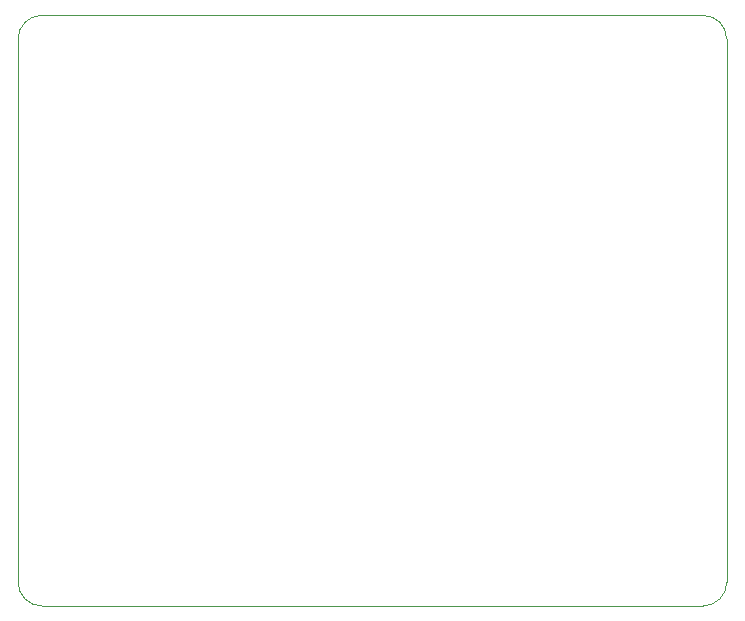
<source format=gbr>
G04 #@! TF.GenerationSoftware,KiCad,Pcbnew,(5.1.5)-3*
G04 #@! TF.CreationDate,2020-12-03T20:33:16+01:00*
G04 #@! TF.ProjectId,MCU_board,4d43555f-626f-4617-9264-2e6b69636164,rev?*
G04 #@! TF.SameCoordinates,Original*
G04 #@! TF.FileFunction,Profile,NP*
%FSLAX46Y46*%
G04 Gerber Fmt 4.6, Leading zero omitted, Abs format (unit mm)*
G04 Created by KiCad (PCBNEW (5.1.5)-3) date 2020-12-03 20:33:16*
%MOMM*%
%LPD*%
G04 APERTURE LIST*
%ADD10C,0.050000*%
%ADD11C,0.120000*%
G04 APERTURE END LIST*
D10*
X82130000Y-68580000D02*
X26130000Y-68580000D01*
X84130000Y-116580000D02*
X84130000Y-70580000D01*
X26130000Y-118580000D02*
X82130000Y-118580000D01*
X24130000Y-70580000D02*
X24130000Y-116580000D01*
X84130000Y-116580000D02*
G75*
G02X82130000Y-118580000I-2000000J0D01*
G01*
X26130000Y-118580000D02*
G75*
G02X24130000Y-116580000I0J2000000D01*
G01*
X24130000Y-70580000D02*
G75*
G02X26130000Y-68580000I2000000J0D01*
G01*
D11*
X82130000Y-68580000D02*
G75*
G02X84130000Y-70580000I0J-2000000D01*
G01*
M02*

</source>
